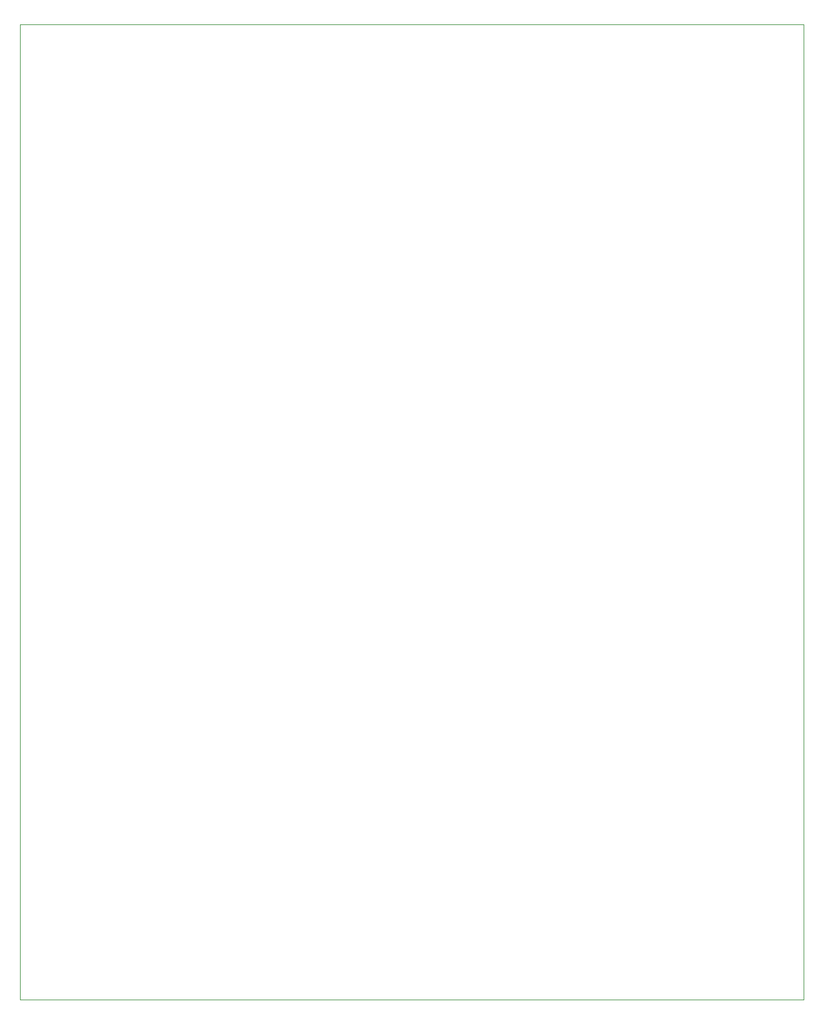
<source format=gm1>
G04 #@! TF.GenerationSoftware,KiCad,Pcbnew,9.0.0*
G04 #@! TF.CreationDate,2025-04-29T18:09:41-05:00*
G04 #@! TF.ProjectId,Mainboard,4d61696e-626f-4617-9264-2e6b69636164,rev?*
G04 #@! TF.SameCoordinates,Original*
G04 #@! TF.FileFunction,Profile,NP*
%FSLAX46Y46*%
G04 Gerber Fmt 4.6, Leading zero omitted, Abs format (unit mm)*
G04 Created by KiCad (PCBNEW 9.0.0) date 2025-04-29 18:09:41*
%MOMM*%
%LPD*%
G01*
G04 APERTURE LIST*
G04 #@! TA.AperFunction,Profile*
%ADD10C,0.050000*%
G04 #@! TD*
G04 APERTURE END LIST*
D10*
X119085000Y-27500000D02*
X225165000Y-27500000D01*
X225165000Y-159500000D01*
X119085000Y-159500000D01*
X119085000Y-27500000D01*
M02*

</source>
